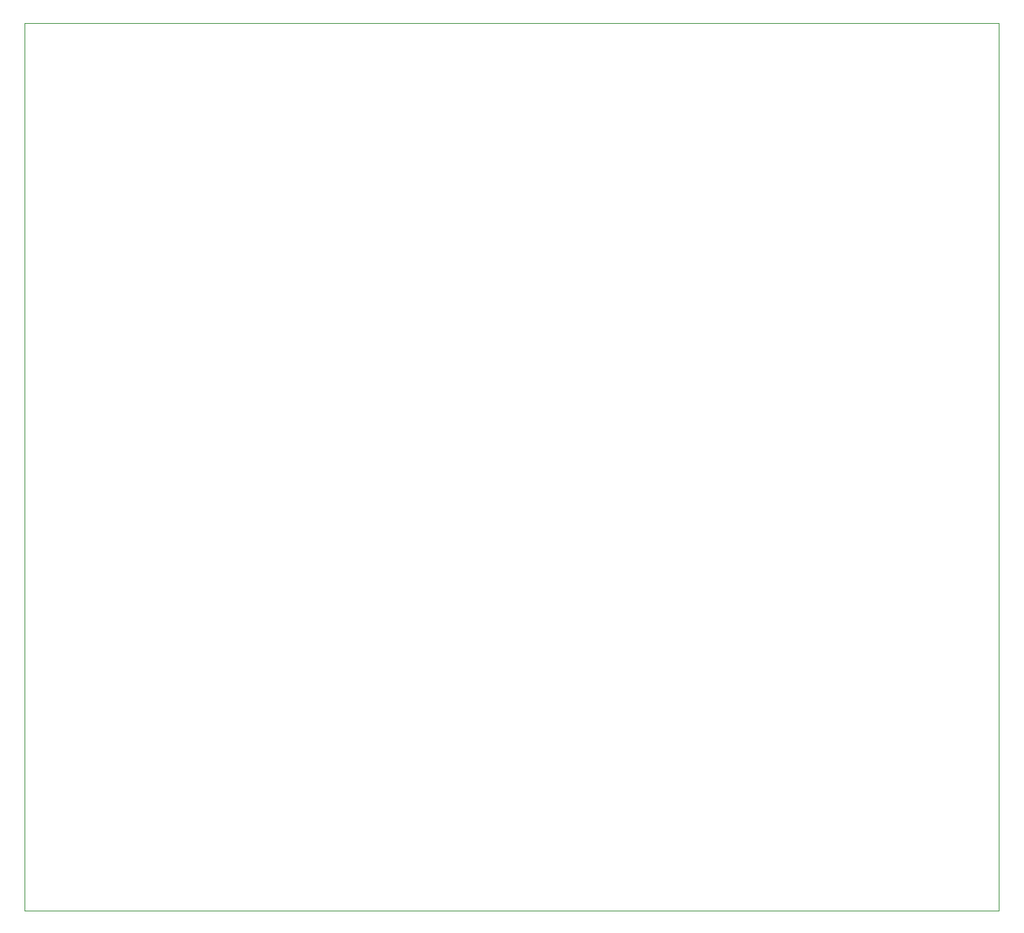
<source format=gbr>
%TF.GenerationSoftware,KiCad,Pcbnew,(6.0.6-0)*%
%TF.CreationDate,2024-02-14T10:46:04-05:00*%
%TF.ProjectId,DIYAH_Main_r0p0,44495941-485f-44d6-9169-6e5f72307030,rev?*%
%TF.SameCoordinates,Original*%
%TF.FileFunction,Profile,NP*%
%FSLAX46Y46*%
G04 Gerber Fmt 4.6, Leading zero omitted, Abs format (unit mm)*
G04 Created by KiCad (PCBNEW (6.0.6-0)) date 2024-02-14 10:46:04*
%MOMM*%
%LPD*%
G01*
G04 APERTURE LIST*
%TA.AperFunction,Profile*%
%ADD10C,0.100000*%
%TD*%
G04 APERTURE END LIST*
D10*
X101600000Y-38100000D02*
X215900000Y-38100000D01*
X215900000Y-38100000D02*
X215900000Y-142240000D01*
X215900000Y-142240000D02*
X101600000Y-142240000D01*
X101600000Y-142240000D02*
X101600000Y-38100000D01*
M02*

</source>
